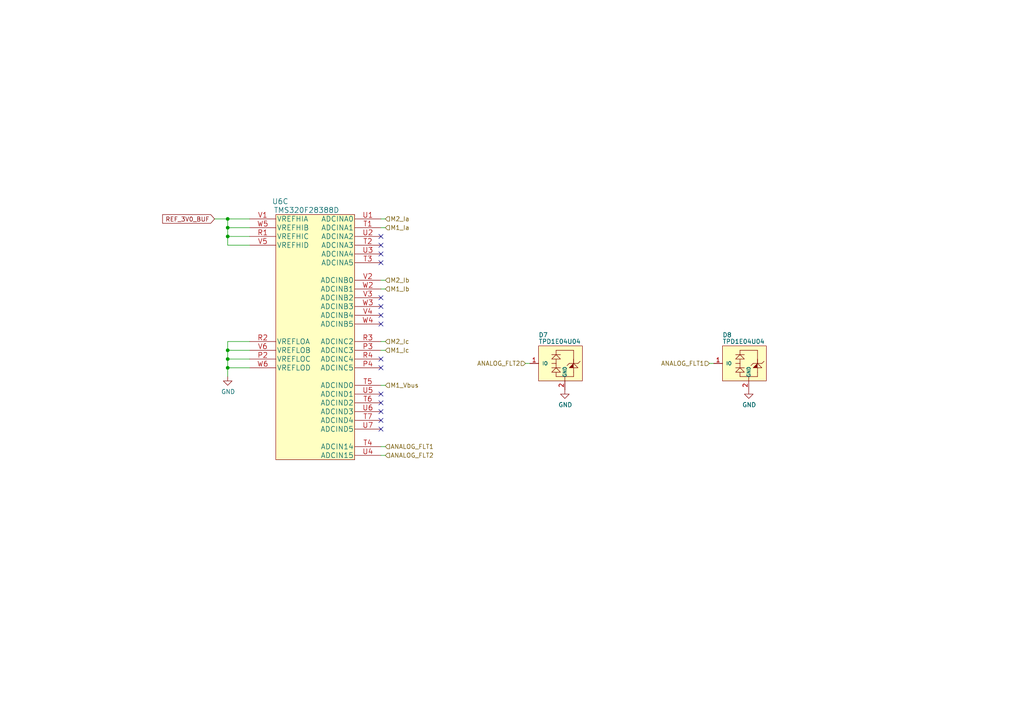
<source format=kicad_sch>
(kicad_sch (version 20231120) (generator "eeschema") (generator_version "8.0")
  (paper "A4")
  (title_block (title "Open MOtor DRiver Initiative (OMODRI)") (date "2024-12-19") (rev "3.3") (company "LAAS/CNRS"))
  (lib_symbols
    (symbol "omodri_lib:TMS320F28388D" (pin_names (offset 0.254))
      (property "Reference" "U" (at -8.89 55.88 0))
      (property "Value" "TMS320F28388D" (at 0 53.34 0))
      (symbol "TMS320F28388D_1_1"
        (rectangle (start -8.89 49.53) (end 8.89 -46.99) (fill (type background)))
        (pin power_in line (at -16.51 48.26 0) (length 7.62) (name "VSS") (number "A1"))
        (pin power_in line (at -16.51 45.72 0) (length 7.62) (name "VSS") (number "A10"))
        (pin power_in line (at -16.51 43.18 0) (length 7.62) (name "VSS") (number "A19"))
        (pin power_in line (at -16.51 33.02 0) (length 7.62) (name "VSS") (number "E12"))
        (pin power_in line (at -16.51 30.48 0) (length 7.62) (name "VSS") (number "E14"))
        (pin power_in line (at -16.51 27.94 0) (length 7.62) (name "VSS") (number "E15"))
        (pin power_in line (at -16.51 40.64 0) (length 7.62) (name "VSS") (number "E5"))
        (pin power_in line (at -16.51 38.1 0) (length 7.62) (name "VSS") (number "E6"))
        (pin power_in line (at -16.51 35.56 0) (length 7.62) (name "VSS") (number "E8"))
        (pin power_in line (at -16.51 17.78 0) (length 7.62) (name "VSS") (number "F12"))
        (pin power_in line (at -16.51 15.24 0) (length 7.62) (name "VSS") (number "F14"))
        (pin power_in line (at -16.51 12.7 0) (length 7.62) (name "VSS") (number "F15"))
        (pin power_in line (at -16.51 25.4 0) (length 7.62) (name "VSS") (number "F5"))
        (pin power_in line (at -16.51 22.86 0) (length 7.62) (name "VSS") (number "F6"))
        (pin power_in line (at -16.51 20.32 0) (length 7.62) (name "VSS") (number "F8"))
        (pin power_in line (at -16.51 10.16 0) (length 7.62) (name "VSS") (number "G16"))
        (pin power_in line (at -16.51 7.62 0) (length 7.62) (name "VSS") (number "G17"))
        (pin power_in line (at -16.51 0 0) (length 7.62) (name "VSS") (number "H10"))
        (pin power_in line (at -16.51 -2.54 0) (length 7.62) (name "VSS") (number "H11"))
        (pin power_in line (at -16.51 -5.08 0) (length 7.62) (name "VSS") (number "H12"))
        (pin power_in line (at -16.51 -7.62 0) (length 7.62) (name "VSS") (number "H14"))
        (pin power_in line (at -16.51 -10.16 0) (length 7.62) (name "VSS") (number "H15"))
        (pin power_in line (at 16.51 48.26 180) (length 7.62) (name "VSSOSC") (number "H18"))
        (pin power_in line (at 16.51 45.72 180) (length 7.62) (name "VSSOSC") (number "H19"))
        (pin power_in line (at -16.51 5.08 0) (length 7.62) (name "VSS") (number "H8"))
        (pin power_in line (at -16.51 2.54 0) (length 7.62) (name "VSS") (number "H9"))
        (pin power_in line (at -16.51 -22.86 0) (length 7.62) (name "VSS") (number "J10"))
        (pin power_in line (at -16.51 -25.4 0) (length 7.62) (name "VSS") (number "J11"))
        (pin power_in line (at -16.51 -27.94 0) (length 7.62) (name "VSS") (number "J12"))
        (pin power_in line (at -16.51 -12.7 0) (length 7.62) (name "VSS") (number "J5"))
        (pin power_in line (at -16.51 -15.24 0) (length 7.62) (name "VSS") (number "J6"))
        (pin power_in line (at -16.51 -17.78 0) (length 7.62) (name "VSS") (number "J8"))
        (pin power_in line (at -16.51 -20.32 0) (length 7.62) (name "VSS") (number "J9"))
        (pin power_in line (at -16.51 -35.56 0) (length 7.62) (name "VSS") (number "K10"))
        (pin power_in line (at -16.51 -38.1 0) (length 7.62) (name "VSS") (number "K11"))
        (pin power_in line (at -16.51 -40.64 0) (length 7.62) (name "VSS") (number "K12"))
        (pin power_in line (at -16.51 -43.18 0) (length 7.62) (name "VSS") (number "K14"))
        (pin power_in line (at -16.51 -45.72 0) (length 7.62) (name "VSS") (number "K15"))
        (pin power_in line (at -16.51 -30.48 0) (length 7.62) (name "VSS") (number "K8"))
        (pin power_in line (at -16.51 -33.02 0) (length 7.62) (name "VSS") (number "K9"))
        (pin power_in line (at 16.51 17.78 180) (length 7.62) (name "VSS") (number "L10"))
        (pin power_in line (at 16.51 15.24 180) (length 7.62) (name "VSS") (number "L11"))
        (pin power_in line (at 16.51 12.7 180) (length 7.62) (name "VSS") (number "L12"))
        (pin power_in line (at 16.51 10.16 180) (length 7.62) (name "VSS") (number "L18"))
        (pin power_in line (at 16.51 27.94 180) (length 7.62) (name "VSS") (number "L5"))
        (pin power_in line (at 16.51 25.4 180) (length 7.62) (name "VSS") (number "L6"))
        (pin power_in line (at 16.51 22.86 180) (length 7.62) (name "VSS") (number "L8"))
        (pin power_in line (at 16.51 20.32 180) (length 7.62) (name "VSS") (number "L9"))
        (pin power_in line (at 16.51 2.54 180) (length 7.62) (name "VSS") (number "M10"))
        (pin power_in line (at 16.51 0 180) (length 7.62) (name "VSS") (number "M11"))
        (pin power_in line (at 16.51 -2.54 180) (length 7.62) (name "VSS") (number "M12"))
        (pin power_in line (at 16.51 -5.08 180) (length 7.62) (name "VSS") (number "M14"))
        (pin power_in line (at 16.51 -7.62 180) (length 7.62) (name "VSS") (number "M15"))
        (pin power_in line (at 16.51 7.62 180) (length 7.62) (name "VSS") (number "M8"))
        (pin power_in line (at 16.51 5.08 180) (length 7.62) (name "VSS") (number "M9"))
        (pin power_in line (at 16.51 -10.16 180) (length 7.62) (name "VSS") (number "N1"))
        (pin power_in line (at 16.51 -12.7 180) (length 7.62) (name "VSS") (number "N5"))
        (pin power_in line (at 16.51 -15.24 180) (length 7.62) (name "VSS") (number "N6"))
        (pin power_in line (at 16.51 41.91 180) (length 7.62) (name "VSSA") (number "P1"))
        (pin power_in line (at 16.51 -22.86 180) (length 7.62) (name "VSS") (number "P11"))
        (pin power_in line (at 16.51 -25.4 180) (length 7.62) (name "VSS") (number "P12"))
        (pin power_in line (at 16.51 -27.94 180) (length 7.62) (name "VSS") (number "P14"))
        (pin power_in line (at 16.51 -30.48 180) (length 7.62) (name "VSS") (number "P15"))
        (pin power_in line (at 16.51 39.37 180) (length 7.62) (name "VSSA") (number "P5"))
        (pin power_in line (at 16.51 -17.78 180) (length 7.62) (name "VSS") (number "P7"))
        (pin power_in line (at 16.51 -20.32 180) (length 7.62) (name "VSS") (number "P8"))
        (pin power_in line (at 16.51 -38.1 180) (length 7.62) (name "VSS") (number "R14"))
        (pin power_in line (at 16.51 -40.64 180) (length 7.62) (name "VSS") (number "R15"))
        (pin power_in line (at 16.51 36.83 180) (length 7.62) (name "VSSA") (number "R5"))
        (pin power_in line (at 16.51 -33.02 180) (length 7.62) (name "VSS") (number "R7"))
        (pin power_in line (at 16.51 -35.56 180) (length 7.62) (name "VSS") (number "R8"))
        (pin power_in line (at 16.51 34.29 180) (length 7.62) (name "VSSA") (number "V7"))
        (pin power_in line (at 16.51 31.75 180) (length 7.62) (name "VSSA") (number "W1"))
        (pin power_in line (at 16.51 -45.72 180) (length 7.62) (name "VSS") (number "W19"))
        (pin power_in line (at 16.51 -43.18 180) (length 7.62) (name "VSS") (number "W7"))
      )
      (symbol "TMS320F28388D_2_1"
        (rectangle (start -10.16 49.53) (end 10.16 -21.59) (fill (type background)))
        (pin power_in line (at 17.78 45.72 180) (length 7.62) (name "VDDIO") (number "A18"))
        (pin power_in line (at 17.78 48.26 180) (length 7.62) (name "VDDIO") (number "A9"))
        (pin power_in line (at 17.78 43.18 180) (length 7.62) (name "VDDIO") (number "B1"))
        (pin power_in line (at 17.78 38.1 180) (length 7.62) (name "VDDIO") (number "E10"))
        (pin power_in line (at -17.78 45.72 0) (length 7.62) (name "VDD") (number "E11"))
        (pin power_in line (at 17.78 35.56 180) (length 7.62) (name "VDDIO") (number "E13"))
        (pin power_in line (at 17.78 33.02 180) (length 7.62) (name "VDDIO") (number "E16"))
        (pin power_in line (at 17.78 40.64 180) (length 7.62) (name "VDDIO") (number "E7"))
        (pin power_in line (at -17.78 48.26 0) (length 7.62) (name "VDD") (number "E9"))
        (pin power_in line (at 17.78 25.4 180) (length 7.62) (name "VDDIO") (number "F10"))
        (pin power_in line (at -17.78 40.64 0) (length 7.62) (name "VDD") (number "F11"))
        (pin power_in line (at 17.78 22.86 180) (length 7.62) (name "VDDIO") (number "F13"))
        (pin power_in line (at 17.78 20.32 180) (length 7.62) (name "VDDIO") (number "F16"))
        (pin power_in line (at 17.78 30.48 180) (length 7.62) (name "VDDIO") (number "F4"))
        (pin power_in line (at 17.78 27.94 180) (length 7.62) (name "VDDIO") (number "F7"))
        (pin power_in line (at -17.78 43.18 0) (length 7.62) (name "VDD") (number "F9"))
        (pin power_in line (at -17.78 38.1 0) (length 7.62) (name "VDD") (number "G14"))
        (pin power_in line (at -17.78 35.56 0) (length 7.62) (name "VDD") (number "G15"))
        (pin power_in line (at 17.78 17.78 180) (length 7.62) (name "VDDIO") (number "G4"))
        (pin power_in line (at 17.78 15.24 180) (length 7.62) (name "VDDIO") (number "G5"))
        (pin power_in line (at 17.78 12.7 180) (length 7.62) (name "VDDIO") (number "G6"))
        (pin power_in line (at -17.78 -17.78 0) (length 7.62) (name "VDDOSC") (number "H16"))
        (pin power_in line (at -17.78 -20.32 0) (length 7.62) (name "VDDOSC") (number "H17"))
        (pin power_in line (at 17.78 10.16 180) (length 7.62) (name "VDDIO") (number "H5"))
        (pin power_in line (at 17.78 7.62 180) (length 7.62) (name "VDDIO") (number "H6"))
        (pin power_in line (at -17.78 33.02 0) (length 7.62) (name "VDD") (number "J14"))
        (pin power_in line (at -17.78 30.48 0) (length 7.62) (name "VDD") (number "J15"))
        (pin power_in line (at -17.78 27.94 0) (length 7.62) (name "VDD") (number "K5"))
        (pin power_in line (at -17.78 25.4 0) (length 7.62) (name "VDD") (number "K6"))
        (pin power_in line (at 17.78 5.08 180) (length 7.62) (name "VDDIO") (number "L14"))
        (pin power_in line (at 17.78 2.54 180) (length 7.62) (name "VDDIO") (number "L15"))
        (pin power_in line (at 17.78 0 180) (length 7.62) (name "VDDIO") (number "M1"))
        (pin power_in line (at 17.78 -2.54 180) (length 7.62) (name "VDDIO") (number "M5"))
        (pin power_in line (at 17.78 -5.08 180) (length 7.62) (name "VDDIO") (number "M6"))
        (pin power_in line (at 17.78 -7.62 180) (length 7.62) (name "VDDIO") (number "N14"))
        (pin power_in line (at 17.78 -10.16 180) (length 7.62) (name "VDDIO") (number "N15"))
        (pin power_in line (at -17.78 22.86 0) (length 7.62) (name "VDD") (number "P10"))
        (pin power_in line (at -17.78 20.32 0) (length 7.62) (name "VDD") (number "P13"))
        (pin power_in line (at -17.78 10.16 0) (length 7.62) (name "VDDA") (number "P6"))
        (pin power_in line (at 17.78 -12.7 180) (length 7.62) (name "VDDIO") (number "P9"))
        (pin power_in line (at -17.78 17.78 0) (length 7.62) (name "VDD") (number "R10"))
        (pin power_in line (at -17.78 -3.81 0) (length 7.62) (name "VDD3VFL") (number "R11"))
        (pin power_in line (at -17.78 -6.35 0) (length 7.62) (name "VDD3VFL") (number "R12"))
        (pin power_in line (at -17.78 15.24 0) (length 7.62) (name "VDD") (number "R13"))
        (pin power_in line (at -17.78 7.62 0) (length 7.62) (name "VDDA") (number "R6"))
        (pin power_in line (at 17.78 -15.24 180) (length 7.62) (name "VDDIO") (number "R9"))
        (pin power_in line (at 17.78 -17.78 180) (length 7.62) (name "VDDIO") (number "V19"))
        (pin power_in line (at 17.78 -20.32 180) (length 7.62) (name "VDDIO") (number "W8"))
      )
      (symbol "TMS320F28388D_3_1"
        (rectangle (start -11.43 49.53) (end 11.43 -21.59) (fill (type background)))
        (pin power_in line (at -19.05 7.62 0) (length 7.62) (name "VREFLOC") (number "P2"))
        (pin input line (at 19.05 10.16 180) (length 7.62) (name "ADCINC3") (number "P3"))
        (pin input line (at 19.05 5.08 180) (length 7.62) (name "ADCINC5") (number "P4"))
        (pin power_in line (at -19.05 43.18 0) (length 7.62) (name "VREFHIC") (number "R1"))
        (pin power_in line (at -19.05 12.7 0) (length 7.62) (name "VREFLOA") (number "R2"))
        (pin input line (at 19.05 12.7 180) (length 7.62) (name "ADCINC2") (number "R3"))
        (pin input line (at 19.05 7.62 180) (length 7.62) (name "ADCINC4") (number "R4"))
        (pin input line (at 19.05 45.72 180) (length 7.62) (name "ADCINA1") (number "T1"))
        (pin input line (at 19.05 40.64 180) (length 7.62) (name "ADCINA3") (number "T2"))
        (pin input line (at 19.05 35.56 180) (length 7.62) (name "ADCINA5") (number "T3"))
        (pin input line (at 19.05 -17.78 180) (length 7.62) (name "ADCIN14") (number "T4"))
        (pin input line (at 19.05 0 180) (length 7.62) (name "ADCIND0") (number "T5"))
        (pin input line (at 19.05 -5.08 180) (length 7.62) (name "ADCIND2") (number "T6"))
        (pin input line (at 19.05 -10.16 180) (length 7.62) (name "ADCIND4") (number "T7"))
        (pin input line (at 19.05 48.26 180) (length 7.62) (name "ADCINA0") (number "U1"))
        (pin input line (at 19.05 43.18 180) (length 7.62) (name "ADCINA2") (number "U2"))
        (pin input line (at 19.05 38.1 180) (length 7.62) (name "ADCINA4") (number "U3"))
        (pin input line (at 19.05 -20.32 180) (length 7.62) (name "ADCIN15") (number "U4"))
        (pin input line (at 19.05 -2.54 180) (length 7.62) (name "ADCIND1") (number "U5"))
        (pin input line (at 19.05 -7.62 180) (length 7.62) (name "ADCIND3") (number "U6"))
        (pin input line (at 19.05 -12.7 180) (length 7.62) (name "ADCIND5") (number "U7"))
        (pin power_in line (at -19.05 48.26 0) (length 7.62) (name "VREFHIA") (number "V1"))
        (pin input line (at 19.05 30.48 180) (length 7.62) (name "ADCINB0") (number "V2"))
        (pin input line (at 19.05 25.4 180) (length 7.62) (name "ADCINB2") (number "V3"))
        (pin input line (at 19.05 20.32 180) (length 7.62) (name "ADCINB4") (number "V4"))
        (pin power_in line (at -19.05 40.64 0) (length 7.62) (name "VREFHID") (number "V5"))
        (pin power_in line (at -19.05 10.16 0) (length 7.62) (name "VREFLOB") (number "V6"))
        (pin input line (at 19.05 27.94 180) (length 7.62) (name "ADCINB1") (number "W2"))
        (pin input line (at 19.05 22.86 180) (length 7.62) (name "ADCINB3") (number "W3"))
        (pin input line (at 19.05 17.78 180) (length 7.62) (name "ADCINB5") (number "W4"))
        (pin power_in line (at -19.05 45.72 0) (length 7.62) (name "VREFHIB") (number "W5"))
        (pin power_in line (at -19.05 5.08 0) (length 7.62) (name "VREFLOD") (number "W6"))
      )
      (symbol "TMS320F28388D_4_1"
        (rectangle (start -8.89 49.53) (end 8.89 -31.75) (fill (type background)))
        (pin passive line (at 16.51 33.02 180) (length 7.62) (name "GPIO6") (number "A6"))
        (pin passive line (at 16.51 43.18 180) (length 7.62) (name "GPIO2") (number "A7"))
        (pin passive line (at 16.51 22.86 180) (length 7.62) (name "GPIO10") (number "B2"))
        (pin passive line (at 16.51 30.48 180) (length 7.62) (name "GPIO7") (number "B6"))
        (pin passive line (at 16.51 40.64 180) (length 7.62) (name "GPIO3") (number "B7"))
        (pin passive line (at 16.51 20.32 180) (length 7.62) (name "GPIO11") (number "C1"))
        (pin passive line (at 16.51 17.78 180) (length 7.62) (name "GPIO12") (number "C2"))
        (pin passive line (at 16.51 38.1 180) (length 7.62) (name "GPIO4") (number "C7"))
        (pin passive line (at 16.51 48.26 180) (length 7.62) (name "GPIO0") (number "C8"))
        (pin passive line (at 16.51 15.24 180) (length 7.62) (name "GPIO13") (number "D1"))
        (pin passive line (at 16.51 12.7 180) (length 7.62) (name "GPIO14") (number "D2"))
        (pin passive line (at 16.51 10.16 180) (length 7.62) (name "GPIO15") (number "D3"))
        (pin passive line (at 16.51 35.56 180) (length 7.62) (name "GPIO5") (number "D7"))
        (pin passive line (at 16.51 45.72 180) (length 7.62) (name "GPIO1") (number "D8"))
        (pin passive line (at 16.51 7.62 180) (length 7.62) (name "GPIO16") (number "E1"))
        (pin passive line (at 16.51 5.08 180) (length 7.62) (name "GPIO17") (number "E2"))
        (pin passive line (at 16.51 2.54 180) (length 7.62) (name "GPIO18") (number "E3"))
        (pin passive line (at 16.51 0 180) (length 7.62) (name "GPIO19") (number "E4"))
        (pin passive line (at 16.51 -2.54 180) (length 7.62) (name "GPIO20") (number "F2"))
        (pin passive line (at 16.51 -5.08 180) (length 7.62) (name "GPIO21") (number "F3"))
        (pin passive line (at 16.51 27.94 180) (length 7.62) (name "GPIO8") (number "G2"))
        (pin passive line (at 16.51 25.4 180) (length 7.62) (name "GPIO9") (number "G3"))
        (pin passive line (at 16.51 -7.62 180) (length 7.62) (name "GPIO22") (number "J4"))
        (pin passive line (at 16.51 -17.78 180) (length 7.62) (name "GPIO26") (number "K1"))
        (pin passive line (at 16.51 -15.24 180) (length 7.62) (name "GPIO25") (number "K2"))
        (pin passive line (at 16.51 -12.7 180) (length 7.62) (name "GPIO24") (number "K3"))
        (pin passive line (at 16.51 -10.16 180) (length 7.62) (name "GPIO23") (number "K4"))
        (pin passive line (at 16.51 -20.32 180) (length 7.62) (name "GPIO27") (number "L1"))
        (pin passive line (at 16.51 -27.94 180) (length 7.62) (name "GPIO30") (number "T11"))
        (pin passive line (at 16.51 -30.48 180) (length 7.62) (name "GPIO31") (number "U11"))
        (pin passive line (at 16.51 -22.86 180) (length 7.62) (name "GPIO28") (number "V11"))
        (pin passive line (at 16.51 -25.4 180) (length 7.62) (name "GPIO29") (number "W11"))
      )
      (symbol "TMS320F28388D_5_1"
        (rectangle (start -8.89 49.53) (end 8.89 -31.75) (fill (type background)))
        (pin passive line (at 16.51 20.32 180) (length 7.62) (name "GPIO43") (number "C19"))
        (pin passive line (at 16.51 22.86 180) (length 7.62) (name "GPIO42") (number "D19"))
        (pin passive line (at 16.51 10.16 180) (length 7.62) (name "GPIO47") (number "E18"))
        (pin passive line (at 16.51 12.7 180) (length 7.62) (name "GPIO46") (number "E19"))
        (pin passive line (at 16.51 -30.48 180) (length 7.62) (name "GPIO63") (number "J16"))
        (pin passive line (at 16.51 -27.94 180) (length 7.62) (name "GPIO62") (number "J17"))
        (pin passive line (at 16.51 17.78 180) (length 7.62) (name "GPIO44") (number "K18"))
        (pin passive line (at 16.51 15.24 180) (length 7.62) (name "GPIO45") (number "K19"))
        (pin passive line (at 16.51 -25.4 180) (length 7.62) (name "GPIO61") (number "L16"))
        (pin passive line (at 16.51 -20.32 180) (length 7.62) (name "GPIO59") (number "M16"))
        (pin passive line (at 16.51 -22.86 180) (length 7.62) (name "GPIO60") (number "M17"))
        (pin passive line (at 16.51 -12.7 180) (length 7.62) (name "GPIO56") (number "N16"))
        (pin passive line (at 16.51 -17.78 180) (length 7.62) (name "GPIO58") (number "N17"))
        (pin passive line (at 16.51 -15.24 180) (length 7.62) (name "GPIO57") (number "N18"))
        (pin passive line (at 16.51 -2.54 180) (length 7.62) (name "GPIO52") (number "P16"))
        (pin passive line (at 16.51 -5.08 180) (length 7.62) (name "GPIO53") (number "P17"))
        (pin passive line (at 16.51 -7.62 180) (length 7.62) (name "GPIO54") (number "P18"))
        (pin passive line (at 16.51 -10.16 180) (length 7.62) (name "GPIO55") (number "P19"))
        (pin passive line (at 16.51 7.62 180) (length 7.62) (name "GPIO48") (number "R16"))
        (pin passive line (at 16.51 5.08 180) (length 7.62) (name "GPIO49") (number "R17"))
        (pin passive line (at 16.51 2.54 180) (length 7.62) (name "GPIO50") (number "R18"))
        (pin passive line (at 16.51 0 180) (length 7.62) (name "GPIO51") (number "R19"))
        (pin passive line (at 16.51 45.72 180) (length 7.62) (name "GPIO33") (number "T13"))
        (pin passive line (at 16.51 40.64 180) (length 7.62) (name "GPIO35") (number "T14"))
        (pin passive line (at 16.51 33.02 180) (length 7.62) (name "GPIO38") (number "T16"))
        (pin passive line (at 16.51 48.26 180) (length 7.62) (name "GPIO32") (number "U13"))
        (pin passive line (at 16.51 43.18 180) (length 7.62) (name "GPIO34") (number "U14"))
        (pin passive line (at 16.51 35.56 180) (length 7.62) (name "GPIO37") (number "U16"))
        (pin passive line (at 16.51 25.4 180) (length 7.62) (name "GPIO41") (number "U17"))
        (pin passive line (at 16.51 38.1 180) (length 7.62) (name "GPIO36") (number "V16"))
        (pin passive line (at 16.51 27.94 180) (length 7.62) (name "GPIO40") (number "V17"))
        (pin passive line (at 16.51 30.48 180) (length 7.62) (name "GPIO39") (number "W17"))
      )
      (symbol "TMS320F28388D_6_1"
        (rectangle (start -8.89 49.53) (end 8.89 -31.75) (fill (type background)))
        (pin passive line (at 16.51 -2.54 180) (length 7.62) (name "GPIO84") (number "A11"))
        (pin passive line (at 16.51 5.08 180) (length 7.62) (name "GPIO81") (number "A14"))
        (pin passive line (at 16.51 15.24 180) (length 7.62) (name "GPIO77") (number "A15"))
        (pin passive line (at 16.51 25.4 180) (length 7.62) (name "GPIO73") (number "A16"))
        (pin passive line (at 16.51 33.02 180) (length 7.62) (name "GPIO70") (number "A17"))
        (pin passive line (at 16.51 -27.94 180) (length 7.62) (name "GPIO94") (number "A3"))
        (pin passive line (at 16.51 -22.86 180) (length 7.62) (name "GPIO92") (number "A4"))
        (pin passive line (at 16.51 -17.78 180) (length 7.62) (name "GPIO90") (number "A5"))
        (pin passive line (at 16.51 -5.08 180) (length 7.62) (name "GPIO85") (number "B11"))
        (pin passive line (at 16.51 2.54 180) (length 7.62) (name "GPIO82") (number "B14"))
        (pin passive line (at 16.51 12.7 180) (length 7.62) (name "GPIO78") (number "B15"))
        (pin passive line (at 16.51 27.94 180) (length 7.62) (name "GPIO72") (number "B16"))
        (pin passive line (at 16.51 30.48 180) (length 7.62) (name "GPIO71") (number "B17"))
        (pin passive line (at 16.51 35.56 180) (length 7.62) (name "GPIO69") (number "B18"))
        (pin passive line (at 16.51 40.64 180) (length 7.62) (name "GPIO67") (number "B19"))
        (pin passive line (at 16.51 -30.48 180) (length 7.62) (name "GPIO95") (number "B3"))
        (pin passive line (at 16.51 -25.4 180) (length 7.62) (name "GPIO93") (number "B4"))
        (pin passive line (at 16.51 -20.32 180) (length 7.62) (name "GPIO91") (number "B5"))
        (pin passive line (at 16.51 -7.62 180) (length 7.62) (name "GPIO86") (number "C11"))
        (pin passive line (at 16.51 0 180) (length 7.62) (name "GPIO83") (number "C14"))
        (pin passive line (at 16.51 10.16 180) (length 7.62) (name "GPIO79") (number "C15"))
        (pin passive line (at 16.51 17.78 180) (length 7.62) (name "GPIO76") (number "C16"))
        (pin passive line (at 16.51 22.86 180) (length 7.62) (name "GPIO74") (number "C17"))
        (pin passive line (at 16.51 38.1 180) (length 7.62) (name "GPIO68") (number "C18"))
        (pin passive line (at 16.51 -12.7 180) (length 7.62) (name "GPIO88") (number "C6"))
        (pin passive line (at 16.51 -10.16 180) (length 7.62) (name "GPIO87") (number "D11"))
        (pin passive line (at 16.51 7.62 180) (length 7.62) (name "GPIO80") (number "D15"))
        (pin passive line (at 16.51 20.32 180) (length 7.62) (name "GPIO75") (number "D16"))
        (pin passive line (at 16.51 -15.24 180) (length 7.62) (name "GPIO89") (number "D6"))
        (pin passive line (at 16.51 45.72 180) (length 7.62) (name "GPIO65") (number "K16"))
        (pin passive line (at 16.51 43.18 180) (length 7.62) (name "GPIO66") (number "K17"))
        (pin passive line (at 16.51 48.26 180) (length 7.62) (name "GPIO64") (number "L17"))
      )
      (symbol "TMS320F28388D_7_1"
        (rectangle (start -8.89 49.53) (end 8.89 -31.75) (fill (type background)))
        (pin passive line (at 16.51 45.72 180) (length 7.62) (name "GPIO97") (number "A2"))
        (pin passive line (at 16.51 48.26 180) (length 7.62) (name "GPIO96") (number "C3"))
        (pin passive line (at 16.51 43.18 180) (length 7.62) (name "GPIO98") (number "F1"))
        (pin passive line (at 16.51 40.64 180) (length 7.62) (name "GPIO99") (number "G1"))
        (pin passive line (at 16.51 38.1 180) (length 7.62) (name "GPIO100") (number "H1"))
        (pin passive line (at 16.51 35.56 180) (length 7.62) (name "GPIO101") (number "H2"))
        (pin passive line (at 16.51 33.02 180) (length 7.62) (name "GPIO102") (number "H3"))
        (pin passive line (at 16.51 30.48 180) (length 7.62) (name "GPIO103") (number "J1"))
        (pin passive line (at 16.51 27.94 180) (length 7.62) (name "GPIO104") (number "J2"))
        (pin passive line (at 16.51 25.4 180) (length 7.62) (name "GPIO105") (number "J3"))
        (pin passive line (at 16.51 22.86 180) (length 7.62) (name "GPIO106") (number "L2"))
        (pin passive line (at 16.51 20.32 180) (length 7.62) (name "GPIO107") (number "L3"))
        (pin passive line (at 16.51 17.78 180) (length 7.62) (name "GPIO108") (number "L4"))
        (pin passive line (at 16.51 12.7 180) (length 7.62) (name "GPIO110") (number "M2"))
        (pin passive line (at 16.51 7.62 180) (length 7.62) (name "GPIO112") (number "M3"))
        (pin passive line (at 16.51 10.16 180) (length 7.62) (name "GPIO111") (number "M4"))
        (pin passive line (at 16.51 15.24 180) (length 7.62) (name "GPIO109") (number "N2"))
        (pin passive line (at 16.51 2.54 180) (length 7.62) (name "GPIO114") (number "N3"))
        (pin passive line (at 16.51 5.08 180) (length 7.62) (name "GPIO113") (number "N4"))
        (pin passive line (at 16.51 -7.62 180) (length 7.62) (name "GPIO118") (number "T12"))
        (pin passive line (at 16.51 -10.16 180) (length 7.62) (name "GPIO119") (number "T15"))
        (pin passive line (at 16.51 -17.78 180) (length 7.62) (name "GPIO122") (number "T8"))
        (pin passive line (at 16.51 -25.4 180) (length 7.62) (name "GPIO125") (number "T9"))
        (pin passive line (at 16.51 -5.08 180) (length 7.62) (name "GPIO117") (number "U12"))
        (pin passive line (at 16.51 -12.7 180) (length 7.62) (name "GPIO120") (number "U15"))
        (pin passive line (at 16.51 -20.32 180) (length 7.62) (name "GPIO123") (number "U8"))
        (pin passive line (at 16.51 -27.94 180) (length 7.62) (name "GPIO126") (number "U9"))
        (pin passive line (at 16.51 0 180) (length 7.62) (name "GPIO115") (number "V12"))
        (pin passive line (at 16.51 -22.86 180) (length 7.62) (name "GPIO124") (number "V8"))
        (pin passive line (at 16.51 -30.48 180) (length 7.62) (name "GPIO127") (number "V9"))
        (pin passive line (at 16.51 -2.54 180) (length 7.62) (name "GPIO116") (number "W10"))
        (pin passive line (at 16.51 -15.24 180) (length 7.62) (name "GPIO121") (number "W16"))
      )
      (symbol "TMS320F28388D_8_1"
        (rectangle (start -8.89 49.53) (end 8.89 -31.75) (fill (type background)))
        (pin passive line (at 16.51 -15.24 180) (length 7.62) (name "GPIO153") (number "A12"))
        (pin passive line (at 16.51 -5.08 180) (length 7.62) (name "GPIO149") (number "A13"))
        (pin passive line (at 16.51 -25.4 180) (length 7.62) (name "GPIO157") (number "B10"))
        (pin passive line (at 16.51 -17.78 180) (length 7.62) (name "GPIO154") (number "B12"))
        (pin passive line (at 16.51 -7.62 180) (length 7.62) (name "GPIO150") (number "B13"))
        (pin passive line (at 16.51 -27.94 180) (length 7.62) (name "GPIO158") (number "C10"))
        (pin passive line (at 16.51 -20.32 180) (length 7.62) (name "GPIO155") (number "C12"))
        (pin passive line (at 16.51 -10.16 180) (length 7.62) (name "GPIO151") (number "C13"))
        (pin passive line (at 16.51 -30.48 180) (length 7.62) (name "GPIO159") (number "D10"))
        (pin passive line (at 16.51 -22.86 180) (length 7.62) (name "GPIO156") (number "D12"))
        (pin passive line (at 16.51 -12.7 180) (length 7.62) (name "GPIO152") (number "D13"))
        (pin passive line (at 16.51 -2.54 180) (length 7.62) (name "GPIO148") (number "D14"))
        (pin passive line (at 16.51 0 180) (length 7.62) (name "GPIO147") (number "D17"))
        (pin passive line (at 16.51 2.54 180) (length 7.62) (name "GPIO146") (number "D18"))
        (pin passive line (at 16.51 5.08 180) (length 7.62) (name "GPIO145") (number "E17"))
        (pin passive line (at 16.51 7.62 180) (length 7.62) (name "GPIO144") (number "F17"))
        (pin passive line (at 16.51 10.16 180) (length 7.62) (name "GPIO143") (number "F18"))
        (pin passive line (at 16.51 35.56 180) (length 7.62) (name "GPIO133") (number "G18"))
        (pin passive line (at 16.51 12.7 180) (length 7.62) (name "GPIO142") (number "L19"))
        (pin passive line (at 16.51 15.24 180) (length 7.62) (name "GPIO141") (number "M18"))
        (pin passive line (at 16.51 17.78 180) (length 7.62) (name "GPIO140") (number "M19"))
        (pin passive line (at 16.51 20.32 180) (length 7.62) (name "GPIO139") (number "N19"))
        (pin passive line (at 16.51 45.72 180) (length 7.62) (name "GPIO129") (number "T10"))
        (pin passive line (at 16.51 27.94 180) (length 7.62) (name "GPIO136") (number "T17"))
        (pin passive line (at 16.51 25.4 180) (length 7.62) (name "GPIO137") (number "T18"))
        (pin passive line (at 16.51 22.86 180) (length 7.62) (name "GPIO138") (number "T19"))
        (pin passive line (at 16.51 43.18 180) (length 7.62) (name "GPIO130") (number "U10"))
        (pin passive line (at 16.51 30.48 180) (length 7.62) (name "GPIO135") (number "U18"))
        (pin passive line (at 16.51 40.64 180) (length 7.62) (name "GPIO131") (number "V10"))
        (pin passive line (at 16.51 33.02 180) (length 7.62) (name "GPIO134") (number "V18"))
        (pin passive line (at 16.51 38.1 180) (length 7.62) (name "GPIO132") (number "W18"))
        (pin passive line (at 16.51 48.26 180) (length 7.62) (name "GPIO128") (number "W9"))
      )
      (symbol "TMS320F28388D_9_1"
        (rectangle (start -8.89 49.53) (end 8.89 26.67) (fill (type background)))
        (pin passive line (at 16.51 40.64 180) (length 7.62) (name "GPIO163") (number "A8"))
        (pin passive line (at 16.51 38.1 180) (length 7.62) (name "GPIO164") (number "B8"))
        (pin passive line (at 16.51 48.26 180) (length 7.62) (name "GPIO160") (number "B9"))
        (pin passive line (at 16.51 30.48 180) (length 7.62) (name "GPIO167") (number "C4"))
        (pin passive line (at 16.51 35.56 180) (length 7.62) (name "GPIO165") (number "C5"))
        (pin passive line (at 16.51 45.72 180) (length 7.62) (name "GPIO161") (number "C9"))
        (pin passive line (at 16.51 27.94 180) (length 7.62) (name "GPIO168") (number "D4"))
        (pin passive line (at 16.51 33.02 180) (length 7.62) (name "GPIO166") (number "D5"))
        (pin passive line (at 16.51 43.18 180) (length 7.62) (name "GPIO162") (number "D9"))
      )
      (symbol "TMS320F28388D_10_1"
        (rectangle (start -8.89 49.53) (end 8.89 16.51) (fill (type background)))
        (pin open_collector line (at -16.51 17.78 0) (length 7.62) (name "~{XRSn}") (number "F19"))
        (pin input clock (at -16.51 43.18 0) (length 7.62) (name "X1") (number "G19"))
        (pin no_connect line (at 16.51 35.56 180) (length 7.62) (name "NC") (number "H4"))
        (pin no_connect line (at 16.51 33.02 180) (length 7.62) (name "NC") (number "J18"))
        (pin output inverted_clock (at -16.51 40.64 0) (length 7.62) (name "X2") (number "J19"))
        (pin open_collector line (at 16.51 48.26 180) (length 7.62) (name "ERRORSTS") (number "U19"))
        (pin no_connect line (at 16.51 40.64 180) (length 7.62) (name "FLT2") (number "V13"))
        (pin input input_low (at 16.51 27.94 180) (length 7.62) (name "~{TRSTn}") (number "V14"))
        (pin input clock (at 16.51 25.4 180) (length 7.62) (name "TCK") (number "V15"))
        (pin no_connect line (at 16.51 43.18 180) (length 7.62) (name "FLT1") (number "W12"))
        (pin input line (at 16.51 20.32 180) (length 7.62) (name "TDI") (number "W13"))
        (pin input line (at 16.51 22.86 180) (length 7.62) (name "TMS") (number "W14"))
        (pin output line (at 16.51 17.78 180) (length 7.62) (name "TDO") (number "W15"))
      )
    )
    (symbol "omodri_lib:TPD1E04U04" (pin_names (offset 1.016))
      (property "Reference" "D" (at -6.35 8.89 0))
      (property "Value" "TPD1E04U04" (at -1.27 6.35 0))
      (symbol "TPD1E04U04_0_1"
        (polyline (pts (xy -2.54 -3.81) (xy 2.54 -3.81)))
        (polyline (pts (xy -2.54 3.81) (xy 2.54 3.81)))
      )
      (symbol "TPD1E04U04_1_1"
        (rectangle (start -7.62 5.08) (end 5.08 -5.08) (fill (type background)))
        (polyline (pts (xy -2.54 0) (xy -3.81 0)))
        (polyline (pts (xy 0 -3.81) (xy 0 -5.08)))
        (polyline (pts (xy 1.27 0) (xy 0.635 -0.635)))
        (polyline (pts (xy 2.54 -2.54) (xy 2.54 -3.81)))
        (polyline (pts (xy 3.81 0) (xy 4.445 0.635) (xy 3.81 0)))
        (polyline (pts (xy 2.54 1.27) (xy 2.54 3.81) (xy 2.54 0.635) (xy 2.54 0)))
        (polyline (pts (xy -2.54 0) (xy -2.54 -1.27) (xy -3.81 -1.27) (xy -1.27 -1.27) (xy -2.54 -1.27) (xy -3.81 -2.54) (xy -1.27 -2.54) (xy -2.54 -1.27) (xy -1.27 -2.54) (xy -2.54 -2.54) (xy -2.54 -3.81)))
        (polyline (pts (xy -2.54 3.81) (xy -2.54 2.54) (xy -3.81 2.54) (xy -1.27 2.54) (xy -2.54 2.54) (xy -3.81 1.27) (xy -1.27 1.27) (xy -2.54 2.54) (xy -1.27 1.27) (xy -2.54 1.27) (xy -2.54 0)))
        (polyline (pts (xy 2.54 1.27) (xy 2.54 0) (xy 1.27 0) (xy 3.81 0) (xy 2.54 0) (xy 1.27 -1.27) (xy 3.81 -1.27) (xy 2.54 0) (xy 3.81 -1.27) (xy 2.54 -1.27) (xy 2.54 -2.54)) (fill (type outline)))
        (pin passive line (at -10.16 0 0) (length 2.54) (name "IO") (number "1"))
        (pin power_in line (at 0 -7.62 90) (length 2.54) (name "GND") (number "2"))
      )
    )
    (symbol "power:GND" (power) (pin_numbers hide) (pin_names (offset 0) hide)
      (property "Value" "GND" (at 0 -3.81 0))
      (symbol "GND_0_1"
        (polyline (pts (xy 0 0) (xy 0 -1.27) (xy 1.27 -1.27) (xy 0 -2.54) (xy -1.27 -1.27) (xy 0 -1.27)))
      )
      (symbol "GND_1_1"
        (pin power_in line (at 0 0 270) (length 0) (name "~") (number "1"))
      )
    )
  )
  (junction (at 66.04 104.14))
  (junction (at 66.04 68.58))
  (junction (at 66.04 63.5))
  (junction (at 66.04 101.6))
  (junction (at 66.04 66.04))
  (junction (at 66.04 106.68))
  (no_connect (at 110.49 86.36))
  (no_connect (at 110.49 88.9))
  (no_connect (at 110.49 116.84))
  (no_connect (at 110.49 119.38))
  (no_connect (at 110.49 124.46))
  (no_connect (at 110.49 121.92))
  (no_connect (at 110.49 71.12))
  (no_connect (at 110.49 106.68))
  (no_connect (at 110.49 114.3))
  (no_connect (at 110.49 68.58))
  (no_connect (at 110.49 93.98))
  (no_connect (at 110.49 91.44))
  (no_connect (at 110.49 104.14))
  (no_connect (at 110.49 73.66))
  (no_connect (at 110.49 76.2))
  (wire (pts (xy 72.39 104.14) (xy 66.04 104.14)))
  (wire (pts (xy 111.76 132.08) (xy 110.49 132.08)))
  (wire (pts (xy 66.04 101.6) (xy 66.04 104.14)))
  (wire (pts (xy 111.76 129.54) (xy 110.49 129.54)))
  (wire (pts (xy 66.04 104.14) (xy 66.04 106.68)))
  (wire (pts (xy 72.39 101.6) (xy 66.04 101.6)))
  (wire (pts (xy 66.04 63.5) (xy 72.39 63.5)))
  (wire (pts (xy 110.49 99.06) (xy 111.76 99.06)))
  (wire (pts (xy 110.49 66.04) (xy 111.76 66.04)))
  (wire (pts (xy 72.39 99.06) (xy 66.04 99.06)))
  (wire (pts (xy 110.49 81.28) (xy 111.76 81.28)))
  (wire (pts (xy 72.39 71.12) (xy 66.04 71.12)))
  (wire (pts (xy 66.04 68.58) (xy 66.04 66.04)))
  (wire (pts (xy 152.4 105.41) (xy 153.67 105.41)))
  (wire (pts (xy 110.49 63.5) (xy 111.76 63.5)))
  (wire (pts (xy 66.04 71.12) (xy 66.04 68.58)))
  (wire (pts (xy 110.49 83.82) (xy 111.76 83.82)))
  (wire (pts (xy 66.04 106.68) (xy 72.39 106.68)))
  (wire (pts (xy 66.04 106.68) (xy 66.04 109.22)))
  (wire (pts (xy 72.39 68.58) (xy 66.04 68.58)))
  (wire (pts (xy 110.49 111.76) (xy 111.76 111.76)))
  (wire (pts (xy 66.04 99.06) (xy 66.04 101.6)))
  (wire (pts (xy 72.39 66.04) (xy 66.04 66.04)))
  (wire (pts (xy 62.23 63.5) (xy 66.04 63.5)))
  (wire (pts (xy 205.74 105.41) (xy 207.01 105.41)))
  (wire (pts (xy 110.49 101.6) (xy 111.76 101.6)))
  (wire (pts (xy 66.04 63.5) (xy 66.04 66.04)))
  (global_label "REF_3V0_BUF" (shape input) (at 62.23 63.5 180) (property "Intersheetrefs" "${INTERSHEET_REFS}" (effects (hide yes))) (property "Références Inter-Feuilles" "${INTERSHEET_REFS}" (effects (hide yes))))
  (hierarchical_label "ANALOG_FLT1" (shape input) (at 111.76 129.54 0))
  (hierarchical_label "M2_Ib" (shape input) (at 111.76 81.28 0))
  (hierarchical_label "ANALOG_FLT2" (shape input) (at 111.76 132.08 0))
  (hierarchical_label "M1_Ia" (shape input) (at 111.76 66.04 0))
  (hierarchical_label "M2_Ic" (shape input) (at 111.76 99.06 0))
  (hierarchical_label "ANALOG_FLT1" (shape input) (at 205.74 105.41 180))
  (hierarchical_label "M2_Ia" (shape input) (at 111.76 63.5 0))
  (hierarchical_label "M1_Ic" (shape input) (at 111.76 101.6 0))
  (hierarchical_label "ANALOG_FLT2" (shape input) (at 152.4 105.41 180))
  (hierarchical_label "M1_Ib" (shape input) (at 111.76 83.82 0))
  (hierarchical_label "M1_Vbus" (shape input) (at 111.76 111.76 0))
  (symbol (lib_id "omodri_lib:TMS320F28388D") (at 91.44 111.76 0) (unit 3)
    (property "Reference" "U6" (at 81.28 58.42 0) (effects (font (size 1.524 1.524))))
    (property "Value" "TMS320F28388D" (at 88.9 60.96 0) (effects (font (size 1.524 1.524))))
    (property "Footprint" "udriver3:NFBGA_337" (effects (hide yes)))
    (property "Datasheet" "https://www.ti.com/lit/ds/symlink/tms320f28388d.pdf" (effects (hide yes)))
    (property "Description" "C2000™ 32-bit MCU with connectivity manager, 2x C28x+CLA CPU, 1.5-MB flash, FPU64, CLB, ENET, EtherCAT" (effects (hide yes)))
    (property "DigiKey" "296-F28388DZWTS-ND" (effects (hide yes)))
    (property "Mouser" "595-F28388DZWTS" (effects (hide yes)))
    (property "Part No" "F28388DZWTS" (effects (hide yes)))
    (property "LCSC" "C2879671" (effects (hide yes)))
  )
  (symbol (lib_id "power:GND") (at 66.04 109.22 0) (unit 1)
    (property "Reference" "#PWR075" (effects (hide yes)))
    (property "Value" "GND" (at 66.167 113.6142 0))
    (property "Description" "Power symbol creates a global label with name \"GND\" , ground" (effects (hide yes)))
  )
  (symbol (lib_id "power:GND") (at 163.83 113.03 0) (unit 1)
    (property "Reference" "#PWR076" (effects (hide yes)))
    (property "Value" "GND" (at 163.957 117.4242 0))
    (property "Description" "Power symbol creates a global label with name \"GND\" , ground" (effects (hide yes)))
  )
  (symbol (lib_id "omodri_lib:TPD1E04U04") (at 163.83 105.41 0) (unit 1)
    (property "Reference" "D7" (at 156.21 97.155 0) (effects (justify left)))
    (property "Value" "TPD1E04U04" (at 156.21 99.06 0) (effects (justify left)))
    (property "Footprint" "Diode_SMD:D_0201_0603Metric" (effects (hide yes)))
    (property "Datasheet" "https://www.ti.com/lit/ds/symlink/tpd1e04u04.pdf" (effects (hide yes)))
    (property "Description" "1-Channel ESD-Protection for High-Speed Data Interfaces /w Low-Capacitance" (effects (hide yes)))
    (property "DigiKey" "296-47862-1-ND" (effects (hide yes)))
    (property "Mouser" "595-TPD1E04U04DPLT" (effects (hide yes)))
    (property "Part No" "TPD1E04U04DPLT" (effects (hide yes)))
    (property "LCSC" "C1973437" (effects (hide yes)))
  )
  (symbol (lib_id "power:GND") (at 217.17 113.03 0) (unit 1)
    (property "Reference" "#PWR077" (effects (hide yes)))
    (property "Value" "GND" (at 217.297 117.4242 0))
    (property "Description" "Power symbol creates a global label with name \"GND\" , ground" (effects (hide yes)))
  )
  (symbol (lib_id "omodri_lib:TPD1E04U04") (at 217.17 105.41 0) (unit 1)
    (property "Reference" "D8" (at 209.55 97.155 0) (effects (justify left)))
    (property "Value" "TPD1E04U04" (at 209.55 99.06 0) (effects (justify left)))
    (property "Footprint" "Diode_SMD:D_0201_0603Metric" (effects (hide yes)))
    (property "Datasheet" "https://www.ti.com/lit/ds/symlink/tpd1e04u04.pdf" (effects (hide yes)))
    (property "Description" "1-Channel ESD-Protection for High-Speed Data Interfaces /w Low-Capacitance" (effects (hide yes)))
    (property "DigiKey" "296-47862-1-ND" (effects (hide yes)))
    (property "Mouser" "595-TPD1E04U04DPLT" (effects (hide yes)))
    (property "Part No" "TPD1E04U04DPLT" (effects (hide yes)))
    (property "LCSC" "C1973437" (effects (hide yes)))
  )
)
</source>
